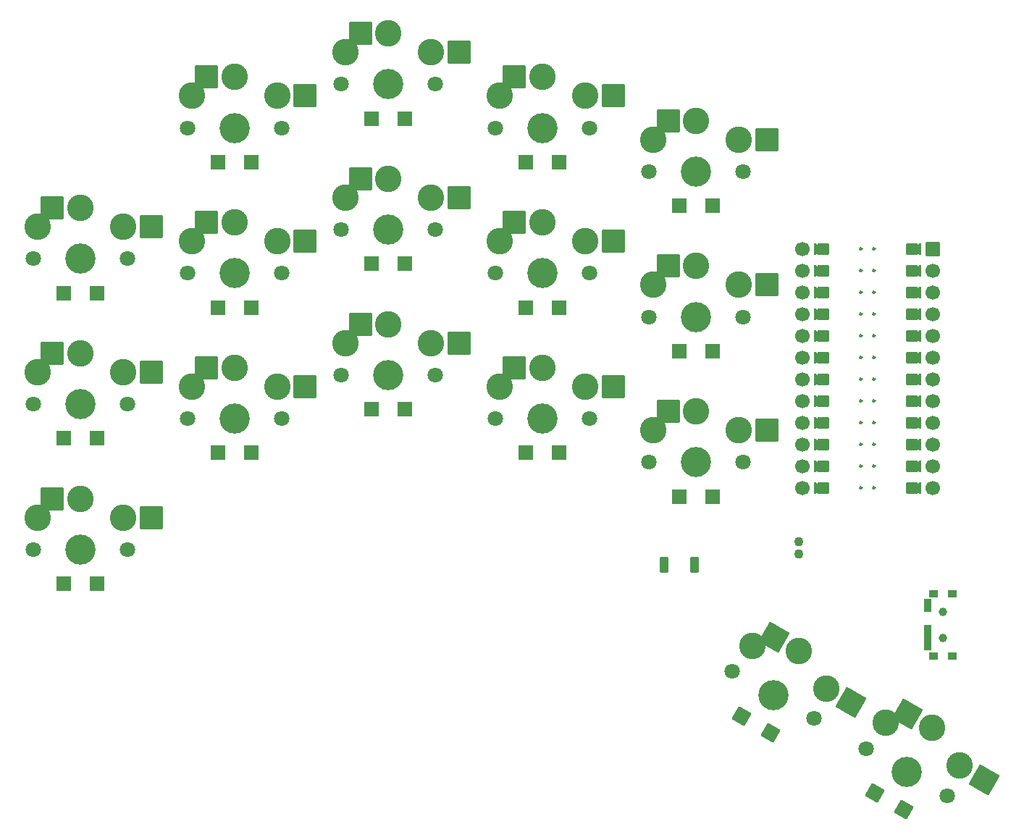
<source format=gbr>
%TF.GenerationSoftware,KiCad,Pcbnew,(6.0.6-1)-1*%
%TF.CreationDate,2023-03-28T00:01:58-05:00*%
%TF.ProjectId,smcboard,736d6362-6f61-4726-942e-6b696361645f,v1.0.0*%
%TF.SameCoordinates,Original*%
%TF.FileFunction,Soldermask,Bot*%
%TF.FilePolarity,Negative*%
%FSLAX46Y46*%
G04 Gerber Fmt 4.6, Leading zero omitted, Abs format (unit mm)*
G04 Created by KiCad (PCBNEW (6.0.6-1)-1) date 2023-03-28 00:01:58*
%MOMM*%
%LPD*%
G01*
G04 APERTURE LIST*
G04 Aperture macros list*
%AMRoundRect*
0 Rectangle with rounded corners*
0 $1 Rounding radius*
0 $2 $3 $4 $5 $6 $7 $8 $9 X,Y pos of 4 corners*
0 Add a 4 corners polygon primitive as box body*
4,1,4,$2,$3,$4,$5,$6,$7,$8,$9,$2,$3,0*
0 Add four circle primitives for the rounded corners*
1,1,$1+$1,$2,$3*
1,1,$1+$1,$4,$5*
1,1,$1+$1,$6,$7*
1,1,$1+$1,$8,$9*
0 Add four rect primitives between the rounded corners*
20,1,$1+$1,$2,$3,$4,$5,0*
20,1,$1+$1,$4,$5,$6,$7,0*
20,1,$1+$1,$6,$7,$8,$9,0*
20,1,$1+$1,$8,$9,$2,$3,0*%
%AMFreePoly0*
4,1,16,0.635355,1.035355,0.650000,1.000000,0.650000,-0.250000,0.635355,-0.285355,0.600000,-0.300000,-0.600000,-0.300000,-0.635355,-0.285355,-0.650000,-0.250000,-0.650000,1.000000,-0.635355,1.035355,-0.600000,1.050000,-0.564645,1.035355,0.000000,0.470710,0.564645,1.035355,0.600000,1.050000,0.635355,1.035355,0.635355,1.035355,$1*%
%AMFreePoly1*
4,1,14,0.635355,0.435355,0.650000,0.400000,0.650000,0.200000,0.635355,0.164645,0.035355,-0.435355,0.000000,-0.450000,-0.035355,-0.435355,-0.635355,0.164645,-0.650000,0.200000,-0.650000,0.400000,-0.635355,0.435355,-0.600000,0.450000,0.600000,0.450000,0.635355,0.435355,0.635355,0.435355,$1*%
G04 Aperture macros list end*
%ADD10C,0.250000*%
%ADD11C,0.100000*%
%ADD12C,1.700000*%
%ADD13RoundRect,0.050000X-0.800000X0.800000X-0.800000X-0.800000X0.800000X-0.800000X0.800000X0.800000X0*%
%ADD14FreePoly0,90.000000*%
%ADD15FreePoly1,90.000000*%
%ADD16FreePoly1,270.000000*%
%ADD17FreePoly0,270.000000*%
%ADD18RoundRect,0.050000X-0.450000X-0.850000X0.450000X-0.850000X0.450000X0.850000X-0.450000X0.850000X0*%
%ADD19C,1.000000*%
%ADD20RoundRect,0.050000X-0.350000X-0.750000X0.350000X-0.750000X0.350000X0.750000X-0.350000X0.750000X0*%
%ADD21RoundRect,0.050000X-0.500000X-0.400000X0.500000X-0.400000X0.500000X0.400000X-0.500000X0.400000X0*%
%ADD22C,1.100000*%
%ADD23C,3.529000*%
%ADD24C,1.801800*%
%ADD25C,3.100000*%
%ADD26RoundRect,0.050000X-1.300000X-1.300000X1.300000X-1.300000X1.300000X1.300000X-1.300000X1.300000X0*%
%ADD27RoundRect,0.050000X-1.775833X-0.475833X0.475833X-1.775833X1.775833X0.475833X-0.475833X1.775833X0*%
%ADD28RoundRect,0.050000X0.825000X0.825000X-0.825000X0.825000X-0.825000X-0.825000X0.825000X-0.825000X0*%
%ADD29RoundRect,0.050000X-0.825000X-0.825000X0.825000X-0.825000X0.825000X0.825000X-0.825000X0.825000X0*%
%ADD30RoundRect,0.050000X1.126971X0.301971X-0.301971X1.126971X-1.126971X-0.301971X0.301971X-1.126971X0*%
%ADD31RoundRect,0.050000X-1.126971X-0.301971X0.301971X-1.126971X1.126971X0.301971X-0.301971X1.126971X0*%
G04 APERTURE END LIST*
D10*
%TO.C,MCU1*%
X240638000Y-158770000D02*
G75*
G03*
X240638000Y-158770000I-125000J0D01*
G01*
X242162000Y-158770000D02*
G75*
G03*
X242162000Y-158770000I-125000J0D01*
G01*
X240638000Y-156230000D02*
G75*
G03*
X240638000Y-156230000I-125000J0D01*
G01*
X242162000Y-156230000D02*
G75*
G03*
X242162000Y-156230000I-125000J0D01*
G01*
X240638000Y-153690000D02*
G75*
G03*
X240638000Y-153690000I-125000J0D01*
G01*
X242162000Y-153690000D02*
G75*
G03*
X242162000Y-153690000I-125000J0D01*
G01*
X240638000Y-151150000D02*
G75*
G03*
X240638000Y-151150000I-125000J0D01*
G01*
X242162000Y-151150000D02*
G75*
G03*
X242162000Y-151150000I-125000J0D01*
G01*
X240638000Y-148610000D02*
G75*
G03*
X240638000Y-148610000I-125000J0D01*
G01*
X242162000Y-148610000D02*
G75*
G03*
X242162000Y-148610000I-125000J0D01*
G01*
X240638000Y-146070000D02*
G75*
G03*
X240638000Y-146070000I-125000J0D01*
G01*
X242162000Y-146070000D02*
G75*
G03*
X242162000Y-146070000I-125000J0D01*
G01*
X240638000Y-143530000D02*
G75*
G03*
X240638000Y-143530000I-125000J0D01*
G01*
X242162000Y-143530000D02*
G75*
G03*
X242162000Y-143530000I-125000J0D01*
G01*
X240638000Y-140990000D02*
G75*
G03*
X240638000Y-140990000I-125000J0D01*
G01*
X242162000Y-140990000D02*
G75*
G03*
X242162000Y-140990000I-125000J0D01*
G01*
X240638000Y-138450000D02*
G75*
G03*
X240638000Y-138450000I-125000J0D01*
G01*
X242162000Y-138450000D02*
G75*
G03*
X242162000Y-138450000I-125000J0D01*
G01*
X240638000Y-135910000D02*
G75*
G03*
X240638000Y-135910000I-125000J0D01*
G01*
X242162000Y-135910000D02*
G75*
G03*
X242162000Y-135910000I-125000J0D01*
G01*
X242162000Y-133370000D02*
G75*
G03*
X242162000Y-133370000I-125000J0D01*
G01*
X240638000Y-133370000D02*
G75*
G03*
X240638000Y-133370000I-125000J0D01*
G01*
X240638000Y-130830000D02*
G75*
G03*
X240638000Y-130830000I-125000J0D01*
G01*
X242162000Y-130830000D02*
G75*
G03*
X242162000Y-130830000I-125000J0D01*
G01*
G36*
X247371000Y-159278000D02*
G01*
X246355000Y-159278000D01*
X246355000Y-158262000D01*
X247371000Y-158262000D01*
X247371000Y-159278000D01*
G37*
D11*
X247371000Y-159278000D02*
X246355000Y-159278000D01*
X246355000Y-158262000D01*
X247371000Y-158262000D01*
X247371000Y-159278000D01*
G36*
X247371000Y-156738000D02*
G01*
X246355000Y-156738000D01*
X246355000Y-155722000D01*
X247371000Y-155722000D01*
X247371000Y-156738000D01*
G37*
X247371000Y-156738000D02*
X246355000Y-156738000D01*
X246355000Y-155722000D01*
X247371000Y-155722000D01*
X247371000Y-156738000D01*
G36*
X247371000Y-154198000D02*
G01*
X246355000Y-154198000D01*
X246355000Y-153182000D01*
X247371000Y-153182000D01*
X247371000Y-154198000D01*
G37*
X247371000Y-154198000D02*
X246355000Y-154198000D01*
X246355000Y-153182000D01*
X247371000Y-153182000D01*
X247371000Y-154198000D01*
G36*
X247371000Y-151658000D02*
G01*
X246355000Y-151658000D01*
X246355000Y-150642000D01*
X247371000Y-150642000D01*
X247371000Y-151658000D01*
G37*
X247371000Y-151658000D02*
X246355000Y-151658000D01*
X246355000Y-150642000D01*
X247371000Y-150642000D01*
X247371000Y-151658000D01*
G36*
X247371000Y-149118000D02*
G01*
X246355000Y-149118000D01*
X246355000Y-148102000D01*
X247371000Y-148102000D01*
X247371000Y-149118000D01*
G37*
X247371000Y-149118000D02*
X246355000Y-149118000D01*
X246355000Y-148102000D01*
X247371000Y-148102000D01*
X247371000Y-149118000D01*
G36*
X247371000Y-146578000D02*
G01*
X246355000Y-146578000D01*
X246355000Y-145562000D01*
X247371000Y-145562000D01*
X247371000Y-146578000D01*
G37*
X247371000Y-146578000D02*
X246355000Y-146578000D01*
X246355000Y-145562000D01*
X247371000Y-145562000D01*
X247371000Y-146578000D01*
G36*
X247371000Y-144038000D02*
G01*
X246355000Y-144038000D01*
X246355000Y-143022000D01*
X247371000Y-143022000D01*
X247371000Y-144038000D01*
G37*
X247371000Y-144038000D02*
X246355000Y-144038000D01*
X246355000Y-143022000D01*
X247371000Y-143022000D01*
X247371000Y-144038000D01*
G36*
X247371000Y-141498000D02*
G01*
X246355000Y-141498000D01*
X246355000Y-140482000D01*
X247371000Y-140482000D01*
X247371000Y-141498000D01*
G37*
X247371000Y-141498000D02*
X246355000Y-141498000D01*
X246355000Y-140482000D01*
X247371000Y-140482000D01*
X247371000Y-141498000D01*
G36*
X247371000Y-138958000D02*
G01*
X246355000Y-138958000D01*
X246355000Y-137942000D01*
X247371000Y-137942000D01*
X247371000Y-138958000D01*
G37*
X247371000Y-138958000D02*
X246355000Y-138958000D01*
X246355000Y-137942000D01*
X247371000Y-137942000D01*
X247371000Y-138958000D01*
G36*
X247371000Y-136418000D02*
G01*
X246355000Y-136418000D01*
X246355000Y-135402000D01*
X247371000Y-135402000D01*
X247371000Y-136418000D01*
G37*
X247371000Y-136418000D02*
X246355000Y-136418000D01*
X246355000Y-135402000D01*
X247371000Y-135402000D01*
X247371000Y-136418000D01*
G36*
X247371000Y-133878000D02*
G01*
X246355000Y-133878000D01*
X246355000Y-132862000D01*
X247371000Y-132862000D01*
X247371000Y-133878000D01*
G37*
X247371000Y-133878000D02*
X246355000Y-133878000D01*
X246355000Y-132862000D01*
X247371000Y-132862000D01*
X247371000Y-133878000D01*
G36*
X247371000Y-131338000D02*
G01*
X246355000Y-131338000D01*
X246355000Y-130322000D01*
X247371000Y-130322000D01*
X247371000Y-131338000D01*
G37*
X247371000Y-131338000D02*
X246355000Y-131338000D01*
X246355000Y-130322000D01*
X247371000Y-130322000D01*
X247371000Y-131338000D01*
G36*
X236195000Y-159278000D02*
G01*
X235179000Y-159278000D01*
X235179000Y-158262000D01*
X236195000Y-158262000D01*
X236195000Y-159278000D01*
G37*
X236195000Y-159278000D02*
X235179000Y-159278000D01*
X235179000Y-158262000D01*
X236195000Y-158262000D01*
X236195000Y-159278000D01*
G36*
X236195000Y-156738000D02*
G01*
X235179000Y-156738000D01*
X235179000Y-155722000D01*
X236195000Y-155722000D01*
X236195000Y-156738000D01*
G37*
X236195000Y-156738000D02*
X235179000Y-156738000D01*
X235179000Y-155722000D01*
X236195000Y-155722000D01*
X236195000Y-156738000D01*
G36*
X236195000Y-154198000D02*
G01*
X235179000Y-154198000D01*
X235179000Y-153182000D01*
X236195000Y-153182000D01*
X236195000Y-154198000D01*
G37*
X236195000Y-154198000D02*
X235179000Y-154198000D01*
X235179000Y-153182000D01*
X236195000Y-153182000D01*
X236195000Y-154198000D01*
G36*
X236195000Y-151658000D02*
G01*
X235179000Y-151658000D01*
X235179000Y-150642000D01*
X236195000Y-150642000D01*
X236195000Y-151658000D01*
G37*
X236195000Y-151658000D02*
X235179000Y-151658000D01*
X235179000Y-150642000D01*
X236195000Y-150642000D01*
X236195000Y-151658000D01*
G36*
X236195000Y-149118000D02*
G01*
X235179000Y-149118000D01*
X235179000Y-148102000D01*
X236195000Y-148102000D01*
X236195000Y-149118000D01*
G37*
X236195000Y-149118000D02*
X235179000Y-149118000D01*
X235179000Y-148102000D01*
X236195000Y-148102000D01*
X236195000Y-149118000D01*
G36*
X236195000Y-146578000D02*
G01*
X235179000Y-146578000D01*
X235179000Y-145562000D01*
X236195000Y-145562000D01*
X236195000Y-146578000D01*
G37*
X236195000Y-146578000D02*
X235179000Y-146578000D01*
X235179000Y-145562000D01*
X236195000Y-145562000D01*
X236195000Y-146578000D01*
G36*
X236195000Y-144038000D02*
G01*
X235179000Y-144038000D01*
X235179000Y-143022000D01*
X236195000Y-143022000D01*
X236195000Y-144038000D01*
G37*
X236195000Y-144038000D02*
X235179000Y-144038000D01*
X235179000Y-143022000D01*
X236195000Y-143022000D01*
X236195000Y-144038000D01*
G36*
X236195000Y-141498000D02*
G01*
X235179000Y-141498000D01*
X235179000Y-140482000D01*
X236195000Y-140482000D01*
X236195000Y-141498000D01*
G37*
X236195000Y-141498000D02*
X235179000Y-141498000D01*
X235179000Y-140482000D01*
X236195000Y-140482000D01*
X236195000Y-141498000D01*
G36*
X236195000Y-138958000D02*
G01*
X235179000Y-138958000D01*
X235179000Y-137942000D01*
X236195000Y-137942000D01*
X236195000Y-138958000D01*
G37*
X236195000Y-138958000D02*
X235179000Y-138958000D01*
X235179000Y-137942000D01*
X236195000Y-137942000D01*
X236195000Y-138958000D01*
G36*
X236195000Y-136418000D02*
G01*
X235179000Y-136418000D01*
X235179000Y-135402000D01*
X236195000Y-135402000D01*
X236195000Y-136418000D01*
G37*
X236195000Y-136418000D02*
X235179000Y-136418000D01*
X235179000Y-135402000D01*
X236195000Y-135402000D01*
X236195000Y-136418000D01*
G36*
X236195000Y-133878000D02*
G01*
X235179000Y-133878000D01*
X235179000Y-132862000D01*
X236195000Y-132862000D01*
X236195000Y-133878000D01*
G37*
X236195000Y-133878000D02*
X235179000Y-133878000D01*
X235179000Y-132862000D01*
X236195000Y-132862000D01*
X236195000Y-133878000D01*
G36*
X236195000Y-131338000D02*
G01*
X235179000Y-131338000D01*
X235179000Y-130322000D01*
X236195000Y-130322000D01*
X236195000Y-131338000D01*
G37*
X236195000Y-131338000D02*
X235179000Y-131338000D01*
X235179000Y-130322000D01*
X236195000Y-130322000D01*
X236195000Y-131338000D01*
%TD*%
D12*
%TO.C,MCU1*%
X233655000Y-130830000D03*
X233655000Y-133370000D03*
X233655000Y-135910000D03*
X233655000Y-138450000D03*
X233655000Y-140990000D03*
X233655000Y-143530000D03*
X233655000Y-146070000D03*
X233655000Y-148610000D03*
X233655000Y-151150000D03*
X233655000Y-153690000D03*
X233655000Y-156230000D03*
X233655000Y-158770000D03*
X248895000Y-158770000D03*
X248895000Y-156230000D03*
X248895000Y-153690000D03*
X248895000Y-151150000D03*
X248895000Y-148610000D03*
X248895000Y-146070000D03*
X248895000Y-143530000D03*
X248895000Y-140990000D03*
X248895000Y-138450000D03*
X248895000Y-135910000D03*
X248895000Y-133370000D03*
X248895000Y-130830000D03*
D13*
X248895000Y-130830000D03*
D14*
X236449000Y-130830000D03*
D15*
X235433000Y-130830000D03*
X235433000Y-133370000D03*
D14*
X236449000Y-133370000D03*
D15*
X235433000Y-135910000D03*
D14*
X236449000Y-135910000D03*
D15*
X235433000Y-138450000D03*
D14*
X236449000Y-138450000D03*
D15*
X235433000Y-140990000D03*
D14*
X236449000Y-140990000D03*
D15*
X235433000Y-143530000D03*
D14*
X236449000Y-143530000D03*
D15*
X235433000Y-146070000D03*
D14*
X236449000Y-146070000D03*
D15*
X235433000Y-148610000D03*
D14*
X236449000Y-148610000D03*
D15*
X235433000Y-151150000D03*
D14*
X236449000Y-151150000D03*
D15*
X235433000Y-153690000D03*
D14*
X236449000Y-153690000D03*
D15*
X235433000Y-156230000D03*
D14*
X236449000Y-156230000D03*
D15*
X235433000Y-158770000D03*
D14*
X236449000Y-158770000D03*
D16*
X247117000Y-130830000D03*
D17*
X246101000Y-130830000D03*
X246101000Y-133370000D03*
D16*
X247117000Y-133370000D03*
D17*
X246101000Y-135910000D03*
D16*
X247117000Y-135910000D03*
D17*
X246101000Y-138450000D03*
D16*
X247117000Y-138450000D03*
D17*
X246101000Y-140990000D03*
D16*
X247117000Y-140990000D03*
D17*
X246101000Y-143530000D03*
D16*
X247117000Y-143530000D03*
D17*
X246101000Y-146070000D03*
D16*
X247117000Y-146070000D03*
D17*
X246101000Y-148610000D03*
D16*
X247117000Y-148610000D03*
D17*
X246101000Y-151150000D03*
D16*
X247117000Y-151150000D03*
D17*
X246101000Y-153690000D03*
D16*
X247117000Y-153690000D03*
D17*
X246101000Y-156230000D03*
D16*
X247117000Y-156230000D03*
D17*
X246101000Y-158770000D03*
D16*
X247117000Y-158770000D03*
%TD*%
D18*
%TO.C,*%
X217475000Y-167800000D03*
X221075000Y-167800000D03*
%TD*%
D19*
%TO.C,*%
X250105000Y-176300000D03*
X250105000Y-173300000D03*
X250105000Y-176300000D03*
X250105000Y-173300000D03*
D20*
X248345000Y-172550000D03*
X248345000Y-175550000D03*
X248345000Y-177050000D03*
D21*
X251205000Y-171150000D03*
X251205000Y-178450000D03*
X248995000Y-178450000D03*
X248995000Y-171150000D03*
%TD*%
D22*
%TO.C,*%
X233275000Y-165050000D03*
X233275000Y-166550000D03*
%TD*%
D23*
%TO.C,S1*%
X149275000Y-166000000D03*
D24*
X154775000Y-166000000D03*
X143775000Y-166000000D03*
D25*
X154275000Y-162250000D03*
X149275000Y-160050000D03*
D26*
X146000000Y-160050000D03*
X157550000Y-162250000D03*
D25*
X144275000Y-162250000D03*
X149275000Y-160050000D03*
%TD*%
D23*
%TO.C,S2*%
X149275000Y-149000000D03*
D24*
X154775000Y-149000000D03*
X143775000Y-149000000D03*
D25*
X154275000Y-145250000D03*
X149275000Y-143050000D03*
D26*
X146000000Y-143050000D03*
X157550000Y-145250000D03*
D25*
X144275000Y-145250000D03*
X149275000Y-143050000D03*
%TD*%
D23*
%TO.C,S3*%
X149275000Y-132000000D03*
D24*
X154775000Y-132000000D03*
X143775000Y-132000000D03*
D25*
X154275000Y-128250000D03*
X149275000Y-126050000D03*
D26*
X146000000Y-126050000D03*
X157550000Y-128250000D03*
D25*
X144275000Y-128250000D03*
X149275000Y-126050000D03*
%TD*%
D23*
%TO.C,S4*%
X167275000Y-150700000D03*
D24*
X172775000Y-150700000D03*
X161775000Y-150700000D03*
D25*
X172275000Y-146950000D03*
X167275000Y-144750000D03*
D26*
X164000000Y-144750000D03*
X175550000Y-146950000D03*
D25*
X162275000Y-146950000D03*
X167275000Y-144750000D03*
%TD*%
D23*
%TO.C,S5*%
X167275000Y-133700000D03*
D24*
X172775000Y-133700000D03*
X161775000Y-133700000D03*
D25*
X172275000Y-129950000D03*
X167275000Y-127750000D03*
D26*
X164000000Y-127750000D03*
X175550000Y-129950000D03*
D25*
X162275000Y-129950000D03*
X167275000Y-127750000D03*
%TD*%
D23*
%TO.C,S6*%
X167275000Y-116700000D03*
D24*
X172775000Y-116700000D03*
X161775000Y-116700000D03*
D25*
X172275000Y-112950000D03*
X167275000Y-110750000D03*
D26*
X164000000Y-110750000D03*
X175550000Y-112950000D03*
D25*
X162275000Y-112950000D03*
X167275000Y-110750000D03*
%TD*%
D23*
%TO.C,S7*%
X185275000Y-145600000D03*
D24*
X190775000Y-145600000D03*
X179775000Y-145600000D03*
D25*
X190275000Y-141850000D03*
X185275000Y-139650000D03*
D26*
X182000000Y-139650000D03*
X193550000Y-141850000D03*
D25*
X180275000Y-141850000D03*
X185275000Y-139650000D03*
%TD*%
D23*
%TO.C,S8*%
X185275000Y-128600000D03*
D24*
X190775000Y-128600000D03*
X179775000Y-128600000D03*
D25*
X190275000Y-124850000D03*
X185275000Y-122650000D03*
D26*
X182000000Y-122650000D03*
X193550000Y-124850000D03*
D25*
X180275000Y-124850000D03*
X185275000Y-122650000D03*
%TD*%
D23*
%TO.C,S9*%
X185275000Y-111600000D03*
D24*
X190775000Y-111600000D03*
X179775000Y-111600000D03*
D25*
X190275000Y-107850000D03*
X185275000Y-105650000D03*
D26*
X182000000Y-105650000D03*
X193550000Y-107850000D03*
D25*
X180275000Y-107850000D03*
X185275000Y-105650000D03*
%TD*%
D23*
%TO.C,S10*%
X203275000Y-150700000D03*
D24*
X208775000Y-150700000D03*
X197775000Y-150700000D03*
D25*
X208275000Y-146950000D03*
X203275000Y-144750000D03*
D26*
X200000000Y-144750000D03*
X211550000Y-146950000D03*
D25*
X198275000Y-146950000D03*
X203275000Y-144750000D03*
%TD*%
D23*
%TO.C,S11*%
X203275000Y-133700000D03*
D24*
X208775000Y-133700000D03*
X197775000Y-133700000D03*
D25*
X208275000Y-129950000D03*
X203275000Y-127750000D03*
D26*
X200000000Y-127750000D03*
X211550000Y-129950000D03*
D25*
X198275000Y-129950000D03*
X203275000Y-127750000D03*
%TD*%
D23*
%TO.C,S12*%
X203275000Y-116700000D03*
D24*
X208775000Y-116700000D03*
X197775000Y-116700000D03*
D25*
X208275000Y-112950000D03*
X203275000Y-110750000D03*
D26*
X200000000Y-110750000D03*
X211550000Y-112950000D03*
D25*
X198275000Y-112950000D03*
X203275000Y-110750000D03*
%TD*%
D23*
%TO.C,S13*%
X221275000Y-155800000D03*
D24*
X226775000Y-155800000D03*
X215775000Y-155800000D03*
D25*
X226275000Y-152050000D03*
X221275000Y-149850000D03*
D26*
X218000000Y-149850000D03*
X229550000Y-152050000D03*
D25*
X216275000Y-152050000D03*
X221275000Y-149850000D03*
%TD*%
D23*
%TO.C,S14*%
X221275000Y-138800000D03*
D24*
X226775000Y-138800000D03*
X215775000Y-138800000D03*
D25*
X226275000Y-135050000D03*
X221275000Y-132850000D03*
D26*
X218000000Y-132850000D03*
X229550000Y-135050000D03*
D25*
X216275000Y-135050000D03*
X221275000Y-132850000D03*
%TD*%
D23*
%TO.C,S15*%
X221275000Y-121800000D03*
D24*
X226775000Y-121800000D03*
X215775000Y-121800000D03*
D25*
X226275000Y-118050000D03*
X221275000Y-115850000D03*
D26*
X218000000Y-115850000D03*
X229550000Y-118050000D03*
D25*
X216275000Y-118050000D03*
X221275000Y-115850000D03*
%TD*%
D23*
%TO.C,S16*%
X230275000Y-183000000D03*
D24*
X235038140Y-185750000D03*
X225511860Y-180250000D03*
D25*
X236480127Y-182252405D03*
X233250000Y-177847149D03*
D27*
X230413767Y-176209649D03*
X239316360Y-183889905D03*
D25*
X227819873Y-177252405D03*
X233250000Y-177847149D03*
%TD*%
D23*
%TO.C,S17*%
X245863457Y-192000000D03*
D24*
X250626597Y-194750000D03*
X241100317Y-189250000D03*
D25*
X252068584Y-191252405D03*
X248838457Y-186847149D03*
D27*
X246002224Y-185209649D03*
X254904817Y-192889905D03*
D25*
X243408330Y-186252405D03*
X248838457Y-186847149D03*
%TD*%
D28*
%TO.C,D1*%
X147325000Y-170000000D03*
D29*
X151225000Y-170000000D03*
%TD*%
D28*
%TO.C,D2*%
X147325000Y-153000000D03*
D29*
X151225000Y-153000000D03*
%TD*%
D28*
%TO.C,D3*%
X147325000Y-136000000D03*
D29*
X151225000Y-136000000D03*
%TD*%
D28*
%TO.C,D4*%
X165325000Y-154700000D03*
D29*
X169225000Y-154700000D03*
%TD*%
D28*
%TO.C,D5*%
X165325000Y-137700000D03*
D29*
X169225000Y-137700000D03*
%TD*%
D28*
%TO.C,D6*%
X165325000Y-120700000D03*
D29*
X169225000Y-120700000D03*
%TD*%
D28*
%TO.C,D7*%
X183325000Y-149600000D03*
D29*
X187225000Y-149600000D03*
%TD*%
D28*
%TO.C,D8*%
X183325000Y-132600000D03*
D29*
X187225000Y-132600000D03*
%TD*%
D28*
%TO.C,D9*%
X183325000Y-115600000D03*
D29*
X187225000Y-115600000D03*
%TD*%
D28*
%TO.C,D10*%
X201325000Y-154700000D03*
D29*
X205225000Y-154700000D03*
%TD*%
D28*
%TO.C,D11*%
X201325000Y-137700000D03*
D29*
X205225000Y-137700000D03*
%TD*%
D28*
%TO.C,D12*%
X201325000Y-120700000D03*
D29*
X205225000Y-120700000D03*
%TD*%
D28*
%TO.C,D13*%
X219325000Y-159800000D03*
D29*
X223225000Y-159800000D03*
%TD*%
D28*
%TO.C,D14*%
X219325000Y-142800000D03*
D29*
X223225000Y-142800000D03*
%TD*%
D28*
%TO.C,D15*%
X219325000Y-125800000D03*
D29*
X223225000Y-125800000D03*
%TD*%
D30*
%TO.C,D16*%
X226586250Y-185489102D03*
D31*
X229963750Y-187439102D03*
%TD*%
D30*
%TO.C,D17*%
X242174707Y-194489102D03*
D31*
X245552207Y-196439102D03*
%TD*%
M02*

</source>
